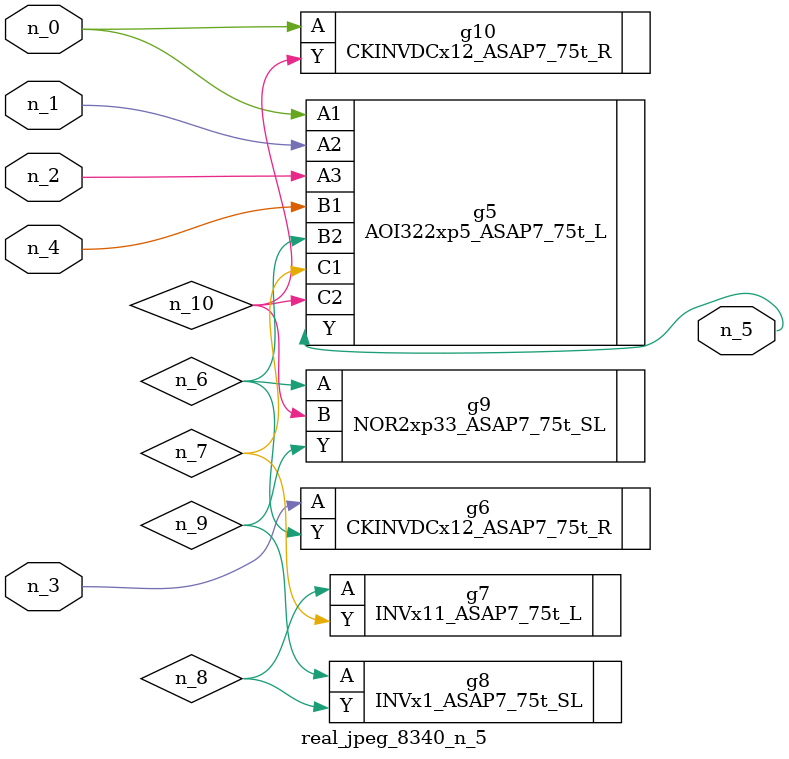
<source format=v>
module real_jpeg_8340_n_5 (n_4, n_0, n_1, n_2, n_3, n_5);

input n_4;
input n_0;
input n_1;
input n_2;
input n_3;

output n_5;

wire n_8;
wire n_6;
wire n_7;
wire n_10;
wire n_9;

AOI322xp5_ASAP7_75t_L g5 ( 
.A1(n_0),
.A2(n_1),
.A3(n_2),
.B1(n_4),
.B2(n_6),
.C1(n_7),
.C2(n_10),
.Y(n_5)
);

CKINVDCx12_ASAP7_75t_R g10 ( 
.A(n_0),
.Y(n_10)
);

CKINVDCx12_ASAP7_75t_R g6 ( 
.A(n_3),
.Y(n_6)
);

NOR2xp33_ASAP7_75t_SL g9 ( 
.A(n_6),
.B(n_10),
.Y(n_9)
);

INVx11_ASAP7_75t_L g7 ( 
.A(n_8),
.Y(n_7)
);

INVx1_ASAP7_75t_SL g8 ( 
.A(n_9),
.Y(n_8)
);


endmodule
</source>
